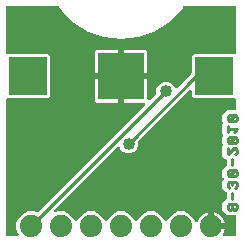
<source format=gbr>
G04 EAGLE Gerber RS-274X export*
G75*
%MOMM*%
%FSLAX34Y34*%
%LPD*%
%INBottom Copper*%
%IPPOS*%
%AMOC8*
5,1,8,0,0,1.08239X$1,22.5*%
G01*
%ADD10C,0.254000*%
%ADD11R,3.962400X3.962400*%
%ADD12R,3.175000X3.175000*%
%ADD13C,1.879600*%
%ADD14C,1.016000*%

G36*
X13654Y4071D02*
X13654Y4071D01*
X13704Y4069D01*
X13811Y4091D01*
X13921Y4105D01*
X13967Y4123D01*
X14015Y4133D01*
X14114Y4181D01*
X14216Y4222D01*
X14256Y4251D01*
X14301Y4273D01*
X14385Y4344D01*
X14474Y4408D01*
X14505Y4447D01*
X14543Y4479D01*
X14606Y4569D01*
X14676Y4653D01*
X14698Y4698D01*
X14726Y4739D01*
X14765Y4842D01*
X14812Y4941D01*
X14821Y4990D01*
X14839Y5036D01*
X14851Y5146D01*
X14872Y5253D01*
X14869Y5303D01*
X14874Y5352D01*
X14859Y5461D01*
X14852Y5571D01*
X14837Y5618D01*
X14830Y5667D01*
X14778Y5820D01*
X12953Y10224D01*
X12953Y15176D01*
X14848Y19750D01*
X18350Y23252D01*
X22924Y25147D01*
X27876Y25147D01*
X29824Y24340D01*
X29853Y24332D01*
X29879Y24319D01*
X30005Y24290D01*
X30131Y24256D01*
X30160Y24255D01*
X30189Y24249D01*
X30319Y24253D01*
X30449Y24251D01*
X30477Y24258D01*
X30507Y24259D01*
X30632Y24295D01*
X30758Y24325D01*
X30784Y24339D01*
X30812Y24347D01*
X30924Y24413D01*
X31039Y24474D01*
X31061Y24493D01*
X31086Y24508D01*
X31207Y24615D01*
X121773Y115181D01*
X121858Y115290D01*
X121947Y115397D01*
X121955Y115416D01*
X121968Y115432D01*
X122023Y115560D01*
X122082Y115685D01*
X122086Y115705D01*
X122094Y115724D01*
X122116Y115862D01*
X122142Y115998D01*
X122141Y116018D01*
X122144Y116038D01*
X122131Y116177D01*
X122122Y116315D01*
X122116Y116334D01*
X122114Y116354D01*
X122067Y116486D01*
X122024Y116617D01*
X122014Y116635D01*
X122007Y116654D01*
X121929Y116769D01*
X121854Y116886D01*
X121839Y116900D01*
X121828Y116917D01*
X121724Y117009D01*
X121623Y117104D01*
X121605Y117114D01*
X121590Y117127D01*
X121466Y117190D01*
X121344Y117258D01*
X121324Y117263D01*
X121306Y117272D01*
X121171Y117302D01*
X121036Y117337D01*
X121008Y117339D01*
X120996Y117342D01*
X120976Y117341D01*
X120875Y117347D01*
X104139Y117347D01*
X104139Y137161D01*
X123953Y137161D01*
X123953Y120425D01*
X123970Y120287D01*
X123983Y120148D01*
X123990Y120129D01*
X123993Y120109D01*
X124044Y119980D01*
X124091Y119849D01*
X124102Y119832D01*
X124110Y119813D01*
X124191Y119701D01*
X124269Y119586D01*
X124285Y119572D01*
X124296Y119556D01*
X124404Y119467D01*
X124508Y119375D01*
X124526Y119366D01*
X124541Y119353D01*
X124667Y119294D01*
X124791Y119231D01*
X124811Y119226D01*
X124829Y119218D01*
X124965Y119192D01*
X125101Y119161D01*
X125122Y119162D01*
X125141Y119158D01*
X125280Y119167D01*
X125419Y119171D01*
X125439Y119176D01*
X125459Y119178D01*
X125591Y119220D01*
X125725Y119259D01*
X125742Y119269D01*
X125761Y119276D01*
X125879Y119350D01*
X125999Y119421D01*
X126020Y119439D01*
X126030Y119446D01*
X126044Y119461D01*
X126119Y119527D01*
X131200Y124607D01*
X131260Y124685D01*
X131328Y124758D01*
X131357Y124811D01*
X131394Y124858D01*
X131434Y124949D01*
X131482Y125036D01*
X131497Y125095D01*
X131521Y125150D01*
X131536Y125248D01*
X131561Y125344D01*
X131567Y125444D01*
X131571Y125464D01*
X131569Y125477D01*
X131571Y125505D01*
X131571Y128617D01*
X132809Y131605D01*
X135095Y133891D01*
X138083Y135129D01*
X141317Y135129D01*
X144305Y133891D01*
X146591Y131605D01*
X147125Y130315D01*
X147150Y130272D01*
X147167Y130225D01*
X147228Y130134D01*
X147283Y130039D01*
X147318Y130003D01*
X147345Y129962D01*
X147428Y129889D01*
X147504Y129810D01*
X147547Y129784D01*
X147584Y129751D01*
X147682Y129701D01*
X147775Y129644D01*
X147823Y129629D01*
X147867Y129607D01*
X147974Y129583D01*
X148079Y129550D01*
X148129Y129548D01*
X148177Y129537D01*
X148287Y129540D01*
X148397Y129535D01*
X148446Y129545D01*
X148495Y129547D01*
X148601Y129577D01*
X148708Y129600D01*
X148753Y129621D01*
X148801Y129635D01*
X148895Y129691D01*
X148994Y129739D01*
X149032Y129771D01*
X149075Y129797D01*
X149196Y129903D01*
X161045Y141752D01*
X161105Y141830D01*
X161173Y141903D01*
X161202Y141956D01*
X161239Y142003D01*
X161279Y142094D01*
X161327Y142181D01*
X161342Y142240D01*
X161366Y142295D01*
X161381Y142393D01*
X161406Y142489D01*
X161412Y142589D01*
X161416Y142609D01*
X161414Y142622D01*
X161416Y142650D01*
X161416Y156838D01*
X163202Y158624D01*
X197866Y158624D01*
X197984Y158639D01*
X198103Y158646D01*
X198141Y158659D01*
X198182Y158664D01*
X198292Y158707D01*
X198405Y158744D01*
X198440Y158766D01*
X198477Y158781D01*
X198573Y158850D01*
X198674Y158914D01*
X198702Y158944D01*
X198735Y158967D01*
X198811Y159059D01*
X198892Y159146D01*
X198912Y159181D01*
X198937Y159212D01*
X198988Y159320D01*
X199046Y159424D01*
X199056Y159464D01*
X199073Y159500D01*
X199095Y159617D01*
X199125Y159732D01*
X199129Y159792D01*
X199133Y159812D01*
X199131Y159833D01*
X199135Y159893D01*
X199135Y197866D01*
X199120Y197984D01*
X199113Y198103D01*
X199100Y198141D01*
X199095Y198182D01*
X199052Y198292D01*
X199015Y198405D01*
X198993Y198440D01*
X198978Y198477D01*
X198909Y198573D01*
X198845Y198674D01*
X198815Y198702D01*
X198792Y198735D01*
X198700Y198811D01*
X198613Y198892D01*
X198578Y198912D01*
X198547Y198937D01*
X198439Y198988D01*
X198335Y199046D01*
X198295Y199056D01*
X198259Y199073D01*
X198142Y199095D01*
X198027Y199125D01*
X197967Y199129D01*
X197947Y199133D01*
X197926Y199131D01*
X197866Y199135D01*
X155326Y199135D01*
X155249Y199125D01*
X155171Y199126D01*
X155092Y199106D01*
X155011Y199095D01*
X154938Y199067D01*
X154862Y199047D01*
X154791Y199008D01*
X154715Y198978D01*
X154652Y198933D01*
X154583Y198895D01*
X154524Y198839D01*
X154458Y198792D01*
X154408Y198731D01*
X154351Y198678D01*
X154256Y198548D01*
X153697Y197671D01*
X152889Y196402D01*
X152080Y195133D01*
X151960Y194944D01*
X141729Y184812D01*
X129510Y177194D01*
X115910Y172466D01*
X101600Y170864D01*
X87290Y172466D01*
X73690Y177194D01*
X61471Y184812D01*
X51240Y194944D01*
X48944Y198548D01*
X48894Y198608D01*
X48852Y198674D01*
X48793Y198730D01*
X48741Y198793D01*
X48678Y198839D01*
X48621Y198892D01*
X48549Y198931D01*
X48483Y198979D01*
X48411Y199008D01*
X48342Y199046D01*
X48263Y199066D01*
X48188Y199096D01*
X48110Y199106D01*
X48034Y199125D01*
X47874Y199135D01*
X5334Y199135D01*
X5216Y199120D01*
X5097Y199113D01*
X5059Y199100D01*
X5018Y199095D01*
X4908Y199052D01*
X4795Y199015D01*
X4760Y198993D01*
X4723Y198978D01*
X4627Y198909D01*
X4526Y198845D01*
X4498Y198815D01*
X4465Y198792D01*
X4389Y198700D01*
X4308Y198613D01*
X4288Y198578D01*
X4263Y198547D01*
X4212Y198439D01*
X4154Y198335D01*
X4144Y198295D01*
X4127Y198259D01*
X4105Y198142D01*
X4075Y198027D01*
X4071Y197967D01*
X4067Y197947D01*
X4069Y197926D01*
X4065Y197866D01*
X4065Y159893D01*
X4080Y159775D01*
X4087Y159656D01*
X4100Y159618D01*
X4105Y159577D01*
X4148Y159467D01*
X4185Y159354D01*
X4207Y159319D01*
X4222Y159282D01*
X4291Y159186D01*
X4355Y159085D01*
X4385Y159057D01*
X4408Y159024D01*
X4500Y158948D01*
X4587Y158867D01*
X4622Y158847D01*
X4653Y158822D01*
X4761Y158771D01*
X4865Y158713D01*
X4905Y158703D01*
X4941Y158686D01*
X5058Y158664D01*
X5173Y158634D01*
X5233Y158630D01*
X5253Y158626D01*
X5274Y158628D01*
X5334Y158624D01*
X39998Y158624D01*
X41784Y156838D01*
X41784Y122562D01*
X39998Y120776D01*
X5334Y120776D01*
X5216Y120761D01*
X5097Y120754D01*
X5059Y120741D01*
X5018Y120736D01*
X4908Y120693D01*
X4795Y120656D01*
X4760Y120634D01*
X4723Y120619D01*
X4627Y120550D01*
X4526Y120486D01*
X4498Y120456D01*
X4465Y120433D01*
X4389Y120341D01*
X4308Y120254D01*
X4288Y120219D01*
X4263Y120188D01*
X4212Y120080D01*
X4154Y119976D01*
X4144Y119936D01*
X4127Y119900D01*
X4105Y119783D01*
X4075Y119668D01*
X4071Y119608D01*
X4067Y119588D01*
X4069Y119567D01*
X4065Y119507D01*
X4065Y5334D01*
X4080Y5216D01*
X4087Y5097D01*
X4100Y5059D01*
X4105Y5018D01*
X4148Y4908D01*
X4185Y4795D01*
X4207Y4760D01*
X4222Y4723D01*
X4291Y4627D01*
X4355Y4526D01*
X4385Y4498D01*
X4408Y4465D01*
X4500Y4389D01*
X4587Y4308D01*
X4622Y4288D01*
X4653Y4263D01*
X4761Y4212D01*
X4865Y4154D01*
X4905Y4144D01*
X4941Y4127D01*
X5058Y4105D01*
X5173Y4075D01*
X5233Y4071D01*
X5253Y4067D01*
X5274Y4069D01*
X5334Y4065D01*
X13605Y4065D01*
X13654Y4071D01*
G37*
G36*
X197984Y4080D02*
X197984Y4080D01*
X198103Y4087D01*
X198141Y4100D01*
X198182Y4105D01*
X198292Y4148D01*
X198405Y4185D01*
X198440Y4207D01*
X198477Y4222D01*
X198573Y4291D01*
X198674Y4355D01*
X198702Y4385D01*
X198735Y4408D01*
X198811Y4500D01*
X198892Y4587D01*
X198912Y4622D01*
X198937Y4653D01*
X198988Y4761D01*
X199046Y4865D01*
X199056Y4905D01*
X199073Y4941D01*
X199095Y5058D01*
X199125Y5173D01*
X199129Y5233D01*
X199133Y5253D01*
X199131Y5274D01*
X199135Y5334D01*
X199135Y21082D01*
X199120Y21200D01*
X199113Y21319D01*
X199100Y21357D01*
X199095Y21398D01*
X199052Y21508D01*
X199015Y21621D01*
X198993Y21656D01*
X198978Y21693D01*
X198909Y21789D01*
X198845Y21890D01*
X198815Y21918D01*
X198792Y21951D01*
X198700Y22027D01*
X198613Y22108D01*
X198578Y22128D01*
X198547Y22153D01*
X198439Y22204D01*
X198335Y22262D01*
X198295Y22272D01*
X198259Y22289D01*
X198142Y22311D01*
X198027Y22341D01*
X197967Y22345D01*
X197947Y22349D01*
X197926Y22347D01*
X197866Y22351D01*
X196627Y22351D01*
X196626Y22351D01*
X195595Y22351D01*
X194540Y22351D01*
X191252Y22351D01*
X187451Y26152D01*
X187451Y30507D01*
X187451Y32272D01*
X188351Y33171D01*
X188351Y33172D01*
X190471Y35292D01*
X190893Y35714D01*
X190953Y35792D01*
X191021Y35864D01*
X191051Y35917D01*
X191088Y35965D01*
X191127Y36056D01*
X191175Y36143D01*
X191190Y36201D01*
X191214Y36257D01*
X191230Y36355D01*
X191254Y36450D01*
X191261Y36551D01*
X191264Y36571D01*
X191263Y36583D01*
X191265Y36611D01*
X191265Y40524D01*
X191252Y40622D01*
X191249Y40721D01*
X191232Y40779D01*
X191225Y40839D01*
X191188Y40931D01*
X191161Y41026D01*
X191130Y41078D01*
X191108Y41135D01*
X191049Y41215D01*
X190999Y41300D01*
X190933Y41376D01*
X190921Y41392D01*
X190911Y41400D01*
X190893Y41421D01*
X187451Y44863D01*
X187451Y49217D01*
X187451Y50983D01*
X188171Y51703D01*
X188244Y51797D01*
X188323Y51886D01*
X188342Y51922D01*
X188366Y51954D01*
X188414Y52063D01*
X188468Y52169D01*
X188477Y52209D01*
X188493Y52246D01*
X188511Y52363D01*
X188537Y52479D01*
X188536Y52520D01*
X188543Y52560D01*
X188531Y52678D01*
X188528Y52797D01*
X188516Y52836D01*
X188513Y52876D01*
X188472Y52989D01*
X188439Y53103D01*
X188419Y53138D01*
X188405Y53176D01*
X188338Y53274D01*
X188278Y53377D01*
X188238Y53422D01*
X188227Y53439D01*
X188211Y53452D01*
X188171Y53498D01*
X187451Y54218D01*
X187451Y58573D01*
X187451Y60338D01*
X188351Y61237D01*
X190471Y63358D01*
X190893Y63779D01*
X190953Y63857D01*
X191021Y63930D01*
X191051Y63983D01*
X191088Y64031D01*
X191127Y64121D01*
X191175Y64208D01*
X191190Y64267D01*
X191214Y64322D01*
X191230Y64420D01*
X191254Y64516D01*
X191261Y64616D01*
X191264Y64637D01*
X191263Y64649D01*
X191265Y64677D01*
X191265Y67858D01*
X191250Y67976D01*
X191242Y68095D01*
X191230Y68133D01*
X191225Y68173D01*
X191181Y68284D01*
X191144Y68397D01*
X191123Y68432D01*
X191108Y68469D01*
X191038Y68565D01*
X190974Y68666D01*
X190945Y68694D01*
X190921Y68727D01*
X190829Y68802D01*
X190742Y68884D01*
X190707Y68904D01*
X190676Y68929D01*
X190568Y68980D01*
X190464Y69038D01*
X190425Y69048D01*
X190388Y69065D01*
X190271Y69087D01*
X190156Y69117D01*
X190096Y69121D01*
X190076Y69125D01*
X190055Y69123D01*
X189995Y69127D01*
X189981Y69127D01*
X187451Y71657D01*
X187451Y80319D01*
X187536Y80404D01*
X187609Y80498D01*
X187688Y80587D01*
X187706Y80623D01*
X187731Y80655D01*
X187778Y80764D01*
X187832Y80870D01*
X187841Y80910D01*
X187857Y80947D01*
X187876Y81065D01*
X187902Y81181D01*
X187901Y81221D01*
X187907Y81261D01*
X187896Y81380D01*
X187892Y81499D01*
X187881Y81537D01*
X187877Y81578D01*
X187837Y81690D01*
X187804Y81804D01*
X187783Y81839D01*
X187770Y81877D01*
X187703Y81975D01*
X187642Y82078D01*
X187602Y82123D01*
X187591Y82140D01*
X187576Y82153D01*
X187536Y82199D01*
X187451Y82283D01*
X187451Y86638D01*
X187451Y88403D01*
X187536Y88488D01*
X187609Y88582D01*
X187688Y88671D01*
X187706Y88707D01*
X187731Y88739D01*
X187778Y88848D01*
X187832Y88954D01*
X187841Y88994D01*
X187857Y89031D01*
X187876Y89149D01*
X187902Y89265D01*
X187901Y89305D01*
X187907Y89345D01*
X187896Y89464D01*
X187892Y89583D01*
X187881Y89621D01*
X187877Y89662D01*
X187837Y89774D01*
X187804Y89888D01*
X187783Y89923D01*
X187770Y89961D01*
X187703Y90059D01*
X187642Y90162D01*
X187602Y90207D01*
X187591Y90224D01*
X187576Y90237D01*
X187536Y90283D01*
X187451Y90367D01*
X187451Y99030D01*
X187536Y99114D01*
X187609Y99208D01*
X187688Y99297D01*
X187706Y99333D01*
X187731Y99365D01*
X187778Y99475D01*
X187832Y99581D01*
X187841Y99620D01*
X187857Y99657D01*
X187876Y99775D01*
X187902Y99891D01*
X187901Y99931D01*
X187907Y99971D01*
X187896Y100090D01*
X187892Y100209D01*
X187881Y100248D01*
X187877Y100288D01*
X187837Y100400D01*
X187804Y100514D01*
X187783Y100549D01*
X187770Y100587D01*
X187703Y100686D01*
X187642Y100788D01*
X187602Y100834D01*
X187591Y100850D01*
X187576Y100864D01*
X187536Y100909D01*
X187451Y100994D01*
X187451Y105348D01*
X187451Y107114D01*
X188351Y108013D01*
X190471Y110134D01*
X191252Y110915D01*
X193017Y110915D01*
X195355Y110915D01*
X195356Y110915D01*
X197866Y110915D01*
X197984Y110930D01*
X198103Y110937D01*
X198141Y110949D01*
X198182Y110954D01*
X198292Y110998D01*
X198405Y111035D01*
X198440Y111057D01*
X198477Y111071D01*
X198573Y111141D01*
X198674Y111205D01*
X198702Y111235D01*
X198735Y111258D01*
X198811Y111350D01*
X198892Y111437D01*
X198912Y111472D01*
X198937Y111503D01*
X198988Y111611D01*
X199046Y111715D01*
X199056Y111754D01*
X199073Y111791D01*
X199095Y111907D01*
X199125Y112023D01*
X199129Y112083D01*
X199133Y112103D01*
X199131Y112124D01*
X199135Y112184D01*
X199135Y119507D01*
X199120Y119625D01*
X199113Y119744D01*
X199100Y119782D01*
X199095Y119823D01*
X199052Y119933D01*
X199015Y120046D01*
X198993Y120081D01*
X198978Y120118D01*
X198909Y120214D01*
X198845Y120315D01*
X198815Y120343D01*
X198792Y120376D01*
X198700Y120452D01*
X198613Y120533D01*
X198578Y120553D01*
X198547Y120578D01*
X198439Y120629D01*
X198335Y120687D01*
X198295Y120697D01*
X198259Y120714D01*
X198142Y120736D01*
X198027Y120766D01*
X197967Y120770D01*
X197947Y120774D01*
X197926Y120772D01*
X197866Y120776D01*
X163202Y120776D01*
X161416Y122562D01*
X161416Y126844D01*
X161399Y126982D01*
X161386Y127121D01*
X161379Y127140D01*
X161376Y127160D01*
X161325Y127289D01*
X161278Y127420D01*
X161267Y127437D01*
X161259Y127456D01*
X161178Y127568D01*
X161100Y127683D01*
X161084Y127697D01*
X161073Y127713D01*
X160965Y127802D01*
X160861Y127894D01*
X160843Y127903D01*
X160828Y127916D01*
X160702Y127975D01*
X160578Y128038D01*
X160558Y128043D01*
X160540Y128051D01*
X160404Y128077D01*
X160268Y128108D01*
X160247Y128107D01*
X160228Y128111D01*
X160089Y128102D01*
X159950Y128098D01*
X159930Y128093D01*
X159910Y128091D01*
X159778Y128049D01*
X159644Y128010D01*
X159627Y128000D01*
X159608Y127993D01*
X159490Y127919D01*
X159370Y127848D01*
X159349Y127830D01*
X159339Y127823D01*
X159325Y127808D01*
X159250Y127742D01*
X116450Y84943D01*
X116390Y84865D01*
X116322Y84792D01*
X116293Y84739D01*
X116256Y84692D01*
X116216Y84601D01*
X116168Y84514D01*
X116153Y84455D01*
X116129Y84400D01*
X116114Y84302D01*
X116089Y84206D01*
X116083Y84119D01*
X116081Y84108D01*
X116082Y84101D01*
X116079Y84086D01*
X116081Y84073D01*
X116079Y84045D01*
X116079Y80933D01*
X114841Y77945D01*
X112555Y75659D01*
X109567Y74421D01*
X106333Y74421D01*
X103345Y75659D01*
X101059Y77945D01*
X100525Y79235D01*
X100500Y79278D01*
X100483Y79325D01*
X100422Y79416D01*
X100367Y79511D01*
X100332Y79547D01*
X100305Y79588D01*
X100222Y79661D01*
X100146Y79740D01*
X100103Y79766D01*
X100066Y79799D01*
X99968Y79849D01*
X99875Y79906D01*
X99827Y79921D01*
X99783Y79943D01*
X99676Y79967D01*
X99571Y80000D01*
X99521Y80002D01*
X99473Y80013D01*
X99363Y80010D01*
X99253Y80015D01*
X99204Y80005D01*
X99155Y80003D01*
X99049Y79973D01*
X98942Y79950D01*
X98897Y79929D01*
X98849Y79915D01*
X98755Y79859D01*
X98656Y79811D01*
X98618Y79779D01*
X98575Y79753D01*
X98454Y79647D01*
X45376Y26569D01*
X45334Y26514D01*
X45283Y26465D01*
X45237Y26389D01*
X45181Y26318D01*
X45154Y26253D01*
X45117Y26194D01*
X45091Y26108D01*
X45055Y26026D01*
X45044Y25957D01*
X45024Y25890D01*
X45019Y25801D01*
X45005Y25712D01*
X45012Y25642D01*
X45009Y25572D01*
X45027Y25485D01*
X45035Y25395D01*
X45059Y25329D01*
X45073Y25261D01*
X45112Y25180D01*
X45143Y25096D01*
X45182Y25038D01*
X45213Y24975D01*
X45271Y24907D01*
X45321Y24833D01*
X45374Y24786D01*
X45419Y24733D01*
X45492Y24682D01*
X45560Y24622D01*
X45622Y24590D01*
X45679Y24550D01*
X45763Y24518D01*
X45843Y24477D01*
X45911Y24462D01*
X45976Y24437D01*
X46066Y24427D01*
X46153Y24408D01*
X46223Y24410D01*
X46292Y24402D01*
X46381Y24415D01*
X46471Y24417D01*
X46538Y24437D01*
X46607Y24447D01*
X46760Y24499D01*
X48324Y25147D01*
X53276Y25147D01*
X57850Y23252D01*
X61352Y19750D01*
X62327Y17395D01*
X62396Y17275D01*
X62461Y17152D01*
X62475Y17137D01*
X62485Y17119D01*
X62582Y17019D01*
X62675Y16916D01*
X62692Y16905D01*
X62706Y16891D01*
X62824Y16818D01*
X62941Y16742D01*
X62960Y16735D01*
X62977Y16724D01*
X63110Y16684D01*
X63242Y16638D01*
X63262Y16637D01*
X63281Y16631D01*
X63420Y16624D01*
X63559Y16613D01*
X63579Y16617D01*
X63599Y16616D01*
X63735Y16644D01*
X63872Y16668D01*
X63891Y16676D01*
X63910Y16680D01*
X64035Y16741D01*
X64162Y16798D01*
X64178Y16811D01*
X64196Y16820D01*
X64302Y16910D01*
X64410Y16997D01*
X64423Y17013D01*
X64438Y17026D01*
X64518Y17140D01*
X64602Y17251D01*
X64614Y17276D01*
X64621Y17286D01*
X64628Y17305D01*
X64673Y17395D01*
X65648Y19750D01*
X69150Y23252D01*
X73724Y25147D01*
X78676Y25147D01*
X83250Y23252D01*
X86752Y19750D01*
X87727Y17395D01*
X87796Y17275D01*
X87861Y17152D01*
X87875Y17137D01*
X87885Y17119D01*
X87982Y17019D01*
X88075Y16916D01*
X88092Y16905D01*
X88106Y16891D01*
X88224Y16818D01*
X88341Y16742D01*
X88360Y16735D01*
X88377Y16724D01*
X88510Y16684D01*
X88642Y16638D01*
X88662Y16637D01*
X88681Y16631D01*
X88820Y16624D01*
X88959Y16613D01*
X88979Y16617D01*
X88999Y16616D01*
X89135Y16644D01*
X89272Y16668D01*
X89291Y16676D01*
X89310Y16680D01*
X89435Y16741D01*
X89562Y16798D01*
X89578Y16811D01*
X89596Y16820D01*
X89702Y16910D01*
X89810Y16997D01*
X89823Y17013D01*
X89838Y17026D01*
X89918Y17140D01*
X90002Y17251D01*
X90014Y17276D01*
X90021Y17286D01*
X90028Y17305D01*
X90073Y17395D01*
X91048Y19750D01*
X94550Y23252D01*
X99124Y25147D01*
X104076Y25147D01*
X108650Y23252D01*
X112152Y19750D01*
X113127Y17395D01*
X113196Y17275D01*
X113261Y17152D01*
X113275Y17137D01*
X113285Y17119D01*
X113382Y17019D01*
X113475Y16916D01*
X113492Y16905D01*
X113506Y16891D01*
X113624Y16818D01*
X113741Y16742D01*
X113760Y16735D01*
X113777Y16724D01*
X113910Y16684D01*
X114042Y16638D01*
X114062Y16637D01*
X114081Y16631D01*
X114220Y16624D01*
X114359Y16613D01*
X114379Y16617D01*
X114399Y16616D01*
X114535Y16644D01*
X114672Y16668D01*
X114691Y16676D01*
X114710Y16680D01*
X114835Y16741D01*
X114962Y16798D01*
X114978Y16811D01*
X114996Y16820D01*
X115102Y16910D01*
X115210Y16997D01*
X115223Y17013D01*
X115238Y17026D01*
X115318Y17140D01*
X115402Y17251D01*
X115414Y17276D01*
X115421Y17286D01*
X115428Y17305D01*
X115473Y17395D01*
X116448Y19750D01*
X119950Y23252D01*
X124524Y25147D01*
X129476Y25147D01*
X134050Y23252D01*
X137552Y19750D01*
X138527Y17395D01*
X138596Y17275D01*
X138661Y17152D01*
X138675Y17137D01*
X138685Y17119D01*
X138782Y17019D01*
X138875Y16916D01*
X138892Y16905D01*
X138906Y16891D01*
X139024Y16818D01*
X139141Y16742D01*
X139160Y16735D01*
X139177Y16724D01*
X139310Y16684D01*
X139442Y16638D01*
X139462Y16637D01*
X139481Y16631D01*
X139620Y16624D01*
X139759Y16613D01*
X139779Y16617D01*
X139799Y16616D01*
X139935Y16644D01*
X140072Y16668D01*
X140091Y16676D01*
X140110Y16680D01*
X140235Y16741D01*
X140362Y16798D01*
X140378Y16811D01*
X140396Y16820D01*
X140502Y16910D01*
X140610Y16997D01*
X140623Y17013D01*
X140638Y17026D01*
X140718Y17140D01*
X140802Y17251D01*
X140814Y17276D01*
X140821Y17286D01*
X140828Y17305D01*
X140873Y17395D01*
X141848Y19750D01*
X145350Y23252D01*
X149924Y25147D01*
X154876Y25147D01*
X159450Y23252D01*
X162952Y19750D01*
X164205Y16725D01*
X164220Y16699D01*
X164229Y16670D01*
X164299Y16561D01*
X164363Y16448D01*
X164384Y16427D01*
X164400Y16402D01*
X164494Y16313D01*
X164584Y16220D01*
X164610Y16204D01*
X164631Y16184D01*
X164745Y16121D01*
X164855Y16054D01*
X164884Y16045D01*
X164910Y16031D01*
X165035Y15998D01*
X165159Y15960D01*
X165189Y15959D01*
X165218Y15951D01*
X165348Y15951D01*
X165477Y15945D01*
X165506Y15951D01*
X165536Y15951D01*
X165661Y15983D01*
X165788Y16009D01*
X165815Y16022D01*
X165844Y16030D01*
X165957Y16092D01*
X166074Y16149D01*
X166097Y16168D01*
X166123Y16183D01*
X166217Y16271D01*
X166316Y16355D01*
X166333Y16380D01*
X166355Y16400D01*
X166424Y16509D01*
X166499Y16615D01*
X166510Y16643D01*
X166526Y16669D01*
X166585Y16818D01*
X166736Y17283D01*
X167589Y18957D01*
X168694Y20478D01*
X170022Y21806D01*
X171543Y22911D01*
X173217Y23764D01*
X175004Y24345D01*
X175261Y24385D01*
X175261Y13970D01*
X175276Y13852D01*
X175283Y13733D01*
X175296Y13695D01*
X175301Y13655D01*
X175344Y13544D01*
X175381Y13431D01*
X175403Y13397D01*
X175418Y13359D01*
X175488Y13263D01*
X175551Y13162D01*
X175581Y13134D01*
X175604Y13102D01*
X175696Y13026D01*
X175783Y12944D01*
X175818Y12925D01*
X175849Y12899D01*
X175957Y12848D01*
X176061Y12791D01*
X176101Y12780D01*
X176137Y12763D01*
X176254Y12741D01*
X176369Y12711D01*
X176430Y12707D01*
X176450Y12703D01*
X176470Y12705D01*
X176530Y12701D01*
X177801Y12701D01*
X177801Y11430D01*
X177816Y11312D01*
X177823Y11193D01*
X177836Y11155D01*
X177841Y11114D01*
X177885Y11004D01*
X177921Y10891D01*
X177943Y10856D01*
X177958Y10819D01*
X178028Y10723D01*
X178091Y10622D01*
X178121Y10594D01*
X178145Y10561D01*
X178236Y10486D01*
X178323Y10404D01*
X178358Y10384D01*
X178390Y10359D01*
X178497Y10308D01*
X178602Y10250D01*
X178641Y10240D01*
X178677Y10223D01*
X178794Y10201D01*
X178909Y10171D01*
X178970Y10167D01*
X178990Y10163D01*
X179010Y10165D01*
X179070Y10161D01*
X189485Y10161D01*
X189445Y9904D01*
X188864Y8117D01*
X188011Y6443D01*
X187747Y6080D01*
X187728Y6045D01*
X187703Y6015D01*
X187652Y5906D01*
X187594Y5801D01*
X187584Y5763D01*
X187567Y5727D01*
X187545Y5609D01*
X187515Y5493D01*
X187515Y5454D01*
X187508Y5414D01*
X187515Y5295D01*
X187515Y5175D01*
X187525Y5137D01*
X187527Y5097D01*
X187564Y4983D01*
X187594Y4867D01*
X187613Y4832D01*
X187625Y4795D01*
X187689Y4694D01*
X187747Y4589D01*
X187774Y4559D01*
X187795Y4526D01*
X187883Y4444D01*
X187965Y4357D01*
X187998Y4335D01*
X188027Y4308D01*
X188132Y4250D01*
X188233Y4186D01*
X188271Y4174D01*
X188306Y4154D01*
X188421Y4125D01*
X188535Y4087D01*
X188575Y4085D01*
X188614Y4075D01*
X188774Y4065D01*
X197866Y4065D01*
X197984Y4080D01*
G37*
%LPC*%
G36*
X104139Y142239D02*
X104139Y142239D01*
X104139Y162053D01*
X121746Y162053D01*
X122393Y161880D01*
X122972Y161545D01*
X123445Y161072D01*
X123780Y160493D01*
X123953Y159846D01*
X123953Y142239D01*
X104139Y142239D01*
G37*
%LPD*%
%LPC*%
G36*
X79247Y142239D02*
X79247Y142239D01*
X79247Y159846D01*
X79420Y160493D01*
X79755Y161072D01*
X80228Y161545D01*
X80807Y161880D01*
X81454Y162053D01*
X99061Y162053D01*
X99061Y142239D01*
X79247Y142239D01*
G37*
%LPD*%
%LPC*%
G36*
X81454Y117347D02*
X81454Y117347D01*
X80807Y117520D01*
X80228Y117855D01*
X79755Y118328D01*
X79420Y118907D01*
X79247Y119554D01*
X79247Y137161D01*
X99061Y137161D01*
X99061Y117347D01*
X81454Y117347D01*
G37*
%LPD*%
%LPC*%
G36*
X180339Y15239D02*
X180339Y15239D01*
X180339Y24385D01*
X180596Y24345D01*
X182383Y23764D01*
X184057Y22911D01*
X185578Y21806D01*
X186906Y20478D01*
X188011Y18957D01*
X188864Y17283D01*
X189445Y15496D01*
X189485Y15239D01*
X180339Y15239D01*
G37*
%LPD*%
%LPC*%
G36*
X101599Y139699D02*
X101599Y139699D01*
X101599Y139701D01*
X101601Y139701D01*
X101601Y139699D01*
X101599Y139699D01*
G37*
%LPD*%
D10*
X198125Y26670D02*
X199397Y27941D01*
X199397Y30483D01*
X198125Y31754D01*
X196854Y31754D01*
X195583Y30483D01*
X194312Y31754D01*
X193041Y31754D01*
X191770Y30483D01*
X191770Y27941D01*
X193041Y26670D01*
X194312Y26670D01*
X195583Y27941D01*
X196854Y26670D01*
X198125Y26670D01*
X195583Y27941D02*
X195583Y30483D01*
X195583Y36025D02*
X195583Y41110D01*
X198125Y45380D02*
X199397Y46651D01*
X199397Y49194D01*
X198125Y50465D01*
X196854Y50465D01*
X195583Y49194D01*
X195583Y47923D01*
X195583Y49194D02*
X194312Y50465D01*
X193041Y50465D01*
X191770Y49194D01*
X191770Y46651D01*
X193041Y45380D01*
X193041Y54736D02*
X198125Y54736D01*
X199397Y56007D01*
X199397Y58549D01*
X198125Y59820D01*
X193041Y59820D01*
X191770Y58549D01*
X191770Y56007D01*
X193041Y54736D01*
X198125Y59820D01*
X195583Y64091D02*
X195583Y69175D01*
X191770Y73446D02*
X191770Y78530D01*
X191770Y73446D02*
X196854Y78530D01*
X198125Y78530D01*
X199397Y77259D01*
X199397Y74717D01*
X198125Y73446D01*
X198125Y82801D02*
X193041Y82801D01*
X198125Y82801D02*
X199397Y84072D01*
X199397Y86614D01*
X198125Y87885D01*
X193041Y87885D01*
X191770Y86614D01*
X191770Y84072D01*
X193041Y82801D01*
X198125Y87885D01*
X196854Y92156D02*
X199397Y94698D01*
X191770Y94698D01*
X191770Y92156D02*
X191770Y97241D01*
X193041Y101512D02*
X198125Y101512D01*
X199397Y102783D01*
X199397Y105325D01*
X198125Y106596D01*
X193041Y106596D01*
X191770Y105325D01*
X191770Y102783D01*
X193041Y101512D01*
X198125Y106596D01*
D11*
X101600Y139700D03*
D12*
X180340Y139700D03*
X22860Y139700D03*
D13*
X25400Y12700D03*
X50800Y12700D03*
X76200Y12700D03*
X101600Y12700D03*
X127000Y12700D03*
X152400Y12700D03*
X177800Y12700D03*
D10*
X139700Y127000D02*
X25400Y12700D01*
D14*
X139700Y127000D03*
X88900Y101600D03*
D10*
X165100Y139700D02*
X180340Y139700D01*
X165100Y139700D02*
X107950Y82550D01*
D14*
X107950Y82550D03*
M02*

</source>
